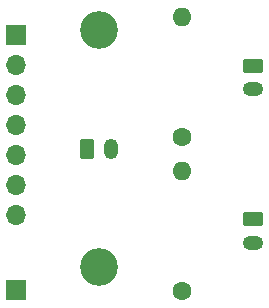
<source format=gbs>
G04 #@! TF.GenerationSoftware,KiCad,Pcbnew,6.0.2+dfsg-1*
G04 #@! TF.CreationDate,2022-11-27T01:25:20-05:00*
G04 #@! TF.ProjectId,remote,72656d6f-7465-42e6-9b69-6361645f7063,rev?*
G04 #@! TF.SameCoordinates,Original*
G04 #@! TF.FileFunction,Soldermask,Bot*
G04 #@! TF.FilePolarity,Negative*
%FSLAX46Y46*%
G04 Gerber Fmt 4.6, Leading zero omitted, Abs format (unit mm)*
G04 Created by KiCad (PCBNEW 6.0.2+dfsg-1) date 2022-11-27 01:25:20*
%MOMM*%
%LPD*%
G01*
G04 APERTURE LIST*
G04 Aperture macros list*
%AMRoundRect*
0 Rectangle with rounded corners*
0 $1 Rounding radius*
0 $2 $3 $4 $5 $6 $7 $8 $9 X,Y pos of 4 corners*
0 Add a 4 corners polygon primitive as box body*
4,1,4,$2,$3,$4,$5,$6,$7,$8,$9,$2,$3,0*
0 Add four circle primitives for the rounded corners*
1,1,$1+$1,$2,$3*
1,1,$1+$1,$4,$5*
1,1,$1+$1,$6,$7*
1,1,$1+$1,$8,$9*
0 Add four rect primitives between the rounded corners*
20,1,$1+$1,$2,$3,$4,$5,0*
20,1,$1+$1,$4,$5,$6,$7,0*
20,1,$1+$1,$6,$7,$8,$9,0*
20,1,$1+$1,$8,$9,$2,$3,0*%
G04 Aperture macros list end*
%ADD10C,3.200000*%
%ADD11C,1.600000*%
%ADD12O,1.600000X1.600000*%
%ADD13RoundRect,0.250000X-0.625000X0.350000X-0.625000X-0.350000X0.625000X-0.350000X0.625000X0.350000X0*%
%ADD14O,1.750000X1.200000*%
%ADD15RoundRect,0.250000X-0.350000X-0.625000X0.350000X-0.625000X0.350000X0.625000X-0.350000X0.625000X0*%
%ADD16O,1.200000X1.750000*%
%ADD17R,1.700000X1.700000*%
%ADD18O,1.700000X1.700000*%
G04 APERTURE END LIST*
D10*
X142000000Y-88000000D03*
X142000000Y-68000000D03*
D11*
X149000000Y-90080000D03*
D12*
X149000000Y-79920000D03*
D11*
X149000000Y-77000000D03*
D12*
X149000000Y-66840000D03*
D13*
X155000000Y-84000000D03*
D14*
X155000000Y-86000000D03*
D13*
X155000000Y-71000000D03*
D14*
X155000000Y-73000000D03*
D15*
X141000000Y-78000000D03*
D16*
X143000000Y-78000000D03*
D17*
X135000000Y-90000000D03*
X135000000Y-68375000D03*
D18*
X135000000Y-70915000D03*
X135000000Y-73455000D03*
X135000000Y-75995000D03*
X135000000Y-78535000D03*
X135000000Y-81075000D03*
X135000000Y-83615000D03*
M02*

</source>
